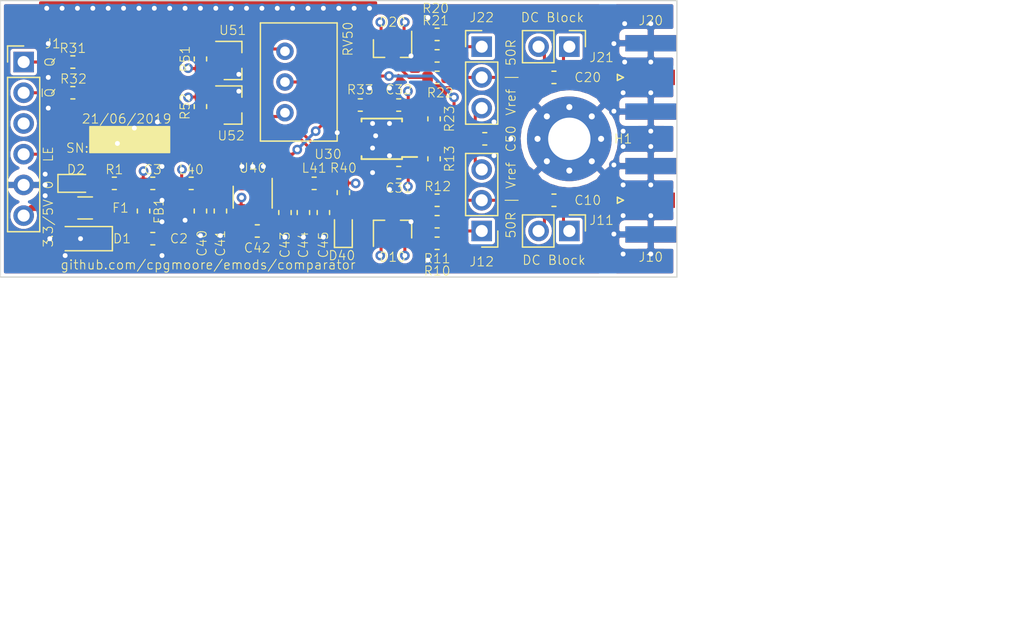
<source format=kicad_pcb>
(kicad_pcb (version 20171130) (host pcbnew 5.1.4-e60b266~84~ubuntu18.04.1)
  (title_block (title emods/axis-encoder) (date 21/06/19) (rev 21/06/19) (comment 4 github.com/cpgmoore/emods/axis-encoder))
  (layers (0 F.Cu signal) (1 In1.Cu power) (2 In2.Cu power) (31 B.Cu signal) (34 B.Paste user) (35 F.Paste user) (36 B.SilkS user) (37 F.SilkS user) (38 B.Mask user) (39 F.Mask user) (44 Edge.Cuts user))
  (net 0 "")
  (net 1 GND)
  (net 2 /VCC)
  (net 3 "Net-(D2-Pad2)")
  (net 4 "Net-(C2-Pad1)")
  (net 5 "Net-(C10-Pad2)")
  (net 6 "Net-(C10-Pad1)")
  (net 7 "Net-(C20-Pad1)")
  (net 8 "Net-(C20-Pad2)")
  (net 9 /VCC_P)
  (net 10 /VCC_N)
  (net 11 "Net-(C40-Pad1)")
  (net 12 "Net-(C42-Pad2)")
  (net 13 "Net-(C42-Pad1)")
  (net 14 "Net-(C43-Pad1)")
  (net 15 /V_REF)
  (net 16 "Net-(D10-Pad3)")
  (net 17 "Net-(D20-Pad3)")
  (net 18 "Net-(D40-Pad2)")
  (net 19 "Net-(J1-Pad1)")
  (net 20 "Net-(J1-Pad2)")
  (net 21 "Net-(J1-Pad3)")
  (net 22 /LE)
  (net 23 "Net-(J12-Pad1)")
  (net 24 "Net-(J22-Pad1)")
  (net 25 "Net-(R13-Pad2)")
  (net 26 "Net-(R23-Pad2)")
  (net 27 /Q)
  (net 28 /~Q)
  (net 29 "Net-(R51-Pad1)")
  (net 30 "Net-(R52-Pad2)")
  (module Capacitor_SMD:C_0603_1608Metric (layer F.Cu) (at 143.129 105.41)
    (fp_text reference C42 (at 0 1.397) (layer F.SilkS) (effects (font (size 0.762 0.762) (thickness 0.0762))))
    (fp_text value 1u)
    (pad 2 smd roundrect (at 0.7875 0) (size 0.875 0.95) (layers F.Cu F.Paste F.Mask) (net 12 "Net-(C42-Pad2)"))
    (pad 1 smd roundrect (at -0.7875 0) (size 0.875 0.95) (layers F.Cu F.Paste F.Mask) (net 13 "Net-(C42-Pad1)"))
  )
  (module Capacitor_SMD:C_0603_1608Metric (layer F.Cu) (at 134.493 101.473)
    (fp_text reference C3 (at 0 -1.143) (layer F.SilkS) (effects (font (size 0.762 0.762) (thickness 0.0762))))
    (fp_text value 0.1u)
    (pad 2 smd roundrect (at 0.7875 0) (size 0.875 0.95) (layers F.Cu F.Paste F.Mask) (net 1 GND))
    (pad 1 smd roundrect (at -0.7875 0) (size 0.875 0.95) (layers F.Cu F.Paste F.Mask) (net 9 /VCC_P))
  )
  (module Diode_SMD:D_SOD-123 (layer F.Cu) (at 128.905 106.045 180)
    (fp_text reference D1 (at -3.048 0) (layer F.SilkS) (effects (font (size 0.762 0.762) (thickness 0.0762))))
    (fp_text value 520/530/540)
    (pad 2 smd rect (at 1.65 0 180) (size 0.9 1.2) (layers F.Cu F.Paste F.Mask) (net 1 GND))
    (pad 1 smd rect (at -1.65 0 180) (size 0.9 1.2) (layers F.Cu F.Paste F.Mask) (net 4 "Net-(C2-Pad1)"))
  )
  (module Fuse:Fuse_1206_3216Metric (layer F.Cu) (at 128.905 103.505 180)
    (fp_text reference F1 (at -2.921 0) (layer F.SilkS) (effects (font (size 0.762 0.762) (thickness 0.0762))))
    (fp_text value 100mA)
    (pad 1 smd roundrect (at -1.4 0 180) (size 1.25 1.75) (layers F.Cu F.Paste F.Mask) (roundrect_rratio 0.2) (net 4 "Net-(C2-Pad1)"))
    (pad 2 smd roundrect (at 1.4 0 180) (size 1.25 1.75) (layers F.Cu F.Paste F.Mask) (roundrect_rratio 0.2) (net 2 /VCC))
  )
  (module Fiducial:Fiducial_1mm_Mask2mm (layer F.Cu) (at 123.825 88.265)
    (fp_text reference FID1 hide)
    (fp_text value Fiducial hide)
    (pad "" smd circle (at 0 0) (size 1 1) (layers F.Cu F.Mask) (clearance 0.5))
  )
  (module Fiducial:Fiducial_1mm_Mask2mm (layer F.Cu) (at 172.085 87.63)
    (fp_text reference FID2 hide)
    (fp_text value Fiducial hide)
    (pad "" smd circle (at 0 0) (size 1 1) (layers F.Cu F.Mask) (clearance 0.5))
  )
  (module Fiducial:Fiducial_1mm_Mask2mm (layer F.Cu) (at 123.825 107.315)
    (fp_text reference FID3 hide)
    (fp_text value Fiducial hide)
    (pad "" smd circle (at 0 0) (size 1 1) (layers F.Cu F.Mask) (clearance 0.5))
  )
  (module Fiducial:Fiducial_1mm_Mask2mm (layer F.Cu) (at 172.085 107.95)
    (fp_text reference FID4 hide)
    (fp_text value Fiducial hide)
    (pad "" smd circle (at 0 0) (size 1 1) (layers F.Cu F.Mask) (clearance 0.5))
  )
  (module MountingHole:MountingHole_3.5mm_Pad_Via (layer F.Cu) (at 168.91 97.79)
    (fp_text reference H1 (at 4.445 0) (layer F.SilkS) (effects (font (size 0.762 0.762) (thickness 0.0762))))
    (fp_text value MountingHole_Pad hide)
    (pad 1 thru_hole circle (at 0 0) (size 7 7) (drill 3.5) (layers *.Cu *.Mask) (net 1 GND))
    (pad 1 thru_hole circle (at 2.625 0) (size 0.8 0.8) (drill 0.5) (layers *.Cu *.Mask) (net 1 GND))
    (pad 1 thru_hole circle (at 1.856155 1.856155) (size 0.8 0.8) (drill 0.5) (layers *.Cu *.Mask) (net 1 GND))
    (pad 1 thru_hole circle (at 0 2.625) (size 0.8 0.8) (drill 0.5) (layers *.Cu *.Mask) (net 1 GND))
    (pad 1 thru_hole circle (at -1.856155 1.856155) (size 0.8 0.8) (drill 0.5) (layers *.Cu *.Mask) (net 1 GND))
    (pad 1 thru_hole circle (at -2.625 0) (size 0.8 0.8) (drill 0.5) (layers *.Cu *.Mask) (net 1 GND))
    (pad 1 thru_hole circle (at -1.856155 -1.856155) (size 0.8 0.8) (drill 0.5) (layers *.Cu *.Mask) (net 1 GND))
    (pad 1 thru_hole circle (at 0 -2.625) (size 0.8 0.8) (drill 0.5) (layers *.Cu *.Mask) (net 1 GND))
    (pad 1 thru_hole circle (at 1.856155 -1.856155) (size 0.8 0.8) (drill 0.5) (layers *.Cu *.Mask) (net 1 GND))
  )
  (module Connector_PinHeader_2.54mm:PinHeader_1x06_P2.54mm_Vertical (layer F.Cu) (at 123.825 91.44)
    (fp_text reference J1 (at 2.413 -1.524) (layer F.SilkS) (effects (font (size 0.762 0.762) (thickness 0.0762))))
    (fp_text value PMOD hide)
    (pad 1 thru_hole rect (at 0 0) (size 1.7 1.7) (drill 1) (layers *.Cu *.Mask) (net 19 "Net-(J1-Pad1)"))
    (pad 2 thru_hole oval (at 0 2.54) (size 1.7 1.7) (drill 1) (layers *.Cu *.Mask) (net 20 "Net-(J1-Pad2)"))
    (pad 3 thru_hole oval (at 0 5.08) (size 1.7 1.7) (drill 1) (layers *.Cu *.Mask) (net 21 "Net-(J1-Pad3)"))
    (pad 4 thru_hole oval (at 0 7.62) (size 1.7 1.7) (drill 1) (layers *.Cu *.Mask) (net 22 /LE))
    (pad 5 thru_hole oval (at 0 10.16) (size 1.7 1.7) (drill 1) (layers *.Cu *.Mask) (net 1 GND))
    (pad 6 thru_hole oval (at 0 12.7) (size 1.7 1.7) (drill 1) (layers *.Cu *.Mask) (net 2 /VCC))
  )
  (module Capacitor_SMD:C_0603_1608Metric (layer F.Cu) (at 134.493 106.045)
    (fp_text reference C2 (at 2.159 0) (layer F.SilkS) (effects (font (size 0.762 0.762) (thickness 0.0762))))
    (fp_text value 0.1u)
    (pad 1 smd roundrect (at -0.7875 0) (size 0.875 0.95) (layers F.Cu F.Paste F.Mask) (net 4 "Net-(C2-Pad1)"))
    (pad 2 smd roundrect (at 0.7875 0) (size 0.875 0.95) (layers F.Cu F.Paste F.Mask) (net 1 GND))
  )
  (module Capacitor_SMD:C_0603_1608Metric (layer F.Cu) (at 154.813 100.584 180)
    (fp_text reference C31 (at 0 -1.27 180) (layer F.SilkS) (effects (font (size 0.762 0.762) (thickness 0.0762))))
    (fp_text value 0.1u)
    (pad 2 smd roundrect (at 0.7875 0 180) (size 0.875 0.95) (layers F.Cu F.Paste F.Mask) (net 1 GND))
    (pad 1 smd roundrect (at -0.7875 0 180) (size 0.875 0.95) (layers F.Cu F.Paste F.Mask) (net 9 /VCC_P))
  )
  (module Capacitor_SMD:C_0603_1608Metric (layer F.Cu) (at 154.813 94.996 180)
    (fp_text reference C32 (at 0 1.27) (layer F.SilkS) (effects (font (size 0.762 0.762) (thickness 0.0762))))
    (fp_text value 0.1u)
    (pad 2 smd roundrect (at 0.7875 0 180) (size 0.875 0.95) (layers F.Cu F.Paste F.Mask) (net 1 GND))
    (pad 1 smd roundrect (at -0.7875 0 180) (size 0.875 0.95) (layers F.Cu F.Paste F.Mask) (net 10 /VCC_N))
  )
  (module Capacitor_SMD:C_0603_1608Metric (layer F.Cu) (at 140.081 103.759 270)
    (fp_text reference C41 (at 2.667 0 270) (layer F.SilkS) (effects (font (size 0.762 0.762) (thickness 0.0762))))
    (fp_text value NP)
    (pad 1 smd roundrect (at -0.7875 0 270) (size 0.875 0.95) (layers F.Cu F.Paste F.Mask) (net 11 "Net-(C40-Pad1)"))
    (pad 2 smd roundrect (at 0.7875 0 270) (size 0.875 0.95) (layers F.Cu F.Paste F.Mask) (net 1 GND))
  )
  (module LED_SMD:LED_0603_1608Metric (layer F.Cu) (at 128.143 101.473)
    (fp_text reference D2 (at 0 -1.143) (layer F.SilkS) (effects (font (size 0.762 0.762) (thickness 0.0762))))
    (fp_text value GRN)
    (pad 1 smd roundrect (at -0.7875 0) (size 0.875 0.95) (layers F.Cu F.Paste F.Mask) (net 1 GND))
    (pad 2 smd roundrect (at 0.7875 0) (size 0.875 0.95) (layers F.Cu F.Paste F.Mask) (net 3 "Net-(D2-Pad2)"))
  )
  (module Inductor_SMD:L_0603_1608Metric (layer F.Cu) (at 133.731 103.759 270)
    (fp_text reference FB1 (at 0 -1.27 90) (layer F.SilkS) (effects (font (size 0.762 0.762) (thickness 0.0762))))
    (fp_text value 600R/1e8)
    (pad 1 smd roundrect (at -0.7875 0 270) (size 0.875 0.95) (layers F.Cu F.Paste F.Mask) (net 9 /VCC_P))
    (pad 2 smd roundrect (at 0.7875 0 270) (size 0.875 0.95) (layers F.Cu F.Paste F.Mask) (net 4 "Net-(C2-Pad1)"))
  )
  (module Resistor_SMD:R_0603_1608Metric (layer F.Cu) (at 131.318 101.473)
    (fp_text reference R1 (at 0 -1.143) (layer F.SilkS) (effects (font (size 0.762 0.762) (thickness 0.0762))))
    (fp_text value 330)
    (pad 1 smd roundrect (at -0.7875 0) (size 0.875 0.95) (layers F.Cu F.Paste F.Mask) (net 3 "Net-(D2-Pad2)"))
    (pad 2 smd roundrect (at 0.7875 0) (size 0.875 0.95) (layers F.Cu F.Paste F.Mask) (net 9 /VCC_P))
  )
  (module Resistor_SMD:R_0603_1608Metric (layer F.Cu) (at 157.988 104.648)
    (fp_text reference R11 (at 0 3.048) (layer F.SilkS) (effects (font (size 0.762 0.762) (thickness 0.0762))))
    (fp_text value 100)
    (pad 1 smd roundrect (at -0.7875 0) (size 0.875 0.95) (layers F.Cu F.Paste F.Mask) (net 1 GND))
    (pad 2 smd roundrect (at 0.7875 0) (size 0.875 0.95) (layers F.Cu F.Paste F.Mask) (net 23 "Net-(J12-Pad1)"))
  )
  (module Resistor_SMD:R_0603_1608Metric (layer F.Cu) (at 157.988 102.87 180)
    (fp_text reference R12 (at -0.0485 1.143) (layer F.SilkS) (effects (font (size 0.762 0.762) (thickness 0.0762))))
    (fp_text value 150)
    (pad 2 smd roundrect (at 0.7875 0 180) (size 0.875 0.95) (layers F.Cu F.Paste F.Mask) (net 16 "Net-(D10-Pad3)"))
    (pad 1 smd roundrect (at -0.7875 0 180) (size 0.875 0.95) (layers F.Cu F.Paste F.Mask) (net 6 "Net-(C10-Pad1)"))
  )
  (module Resistor_SMD:R_0603_1608Metric (layer F.Cu) (at 157.734 99.441 90)
    (fp_text reference R13 (at 0 1.27 270) (layer F.SilkS) (effects (font (size 0.762 0.762) (thickness 0.0762))))
    (fp_text value 20)
    (pad 2 smd roundrect (at 0.7875 0 90) (size 0.875 0.95) (layers F.Cu F.Paste F.Mask) (net 25 "Net-(R13-Pad2)"))
    (pad 1 smd roundrect (at -0.7875 0 90) (size 0.875 0.95) (layers F.Cu F.Paste F.Mask) (net 16 "Net-(D10-Pad3)"))
  )
  (module Resistor_SMD:R_0603_1608Metric (layer F.Cu) (at 157.988 90.932)
    (fp_text reference R21 (at -0.127 -2.921) (layer F.SilkS) (effects (font (size 0.762 0.762) (thickness 0.0762))))
    (fp_text value 100)
    (pad 1 smd roundrect (at -0.7875 0) (size 0.875 0.95) (layers F.Cu F.Paste F.Mask) (net 1 GND))
    (pad 2 smd roundrect (at 0.7875 0) (size 0.875 0.95) (layers F.Cu F.Paste F.Mask) (net 24 "Net-(J22-Pad1)"))
  )
  (module Resistor_SMD:R_0603_1608Metric (layer F.Cu) (at 157.988 92.71 180)
    (fp_text reference R22 (at -0.254 -1.27) (layer F.SilkS) (effects (font (size 0.762 0.762) (thickness 0.0762))))
    (fp_text value 150)
    (pad 2 smd roundrect (at 0.7875 0 180) (size 0.875 0.95) (layers F.Cu F.Paste F.Mask) (net 17 "Net-(D20-Pad3)"))
    (pad 1 smd roundrect (at -0.7875 0 180) (size 0.875 0.95) (layers F.Cu F.Paste F.Mask) (net 7 "Net-(C20-Pad1)"))
  )
  (module Resistor_SMD:R_0603_1608Metric (layer F.Cu) (at 157.734 96.139 270)
    (fp_text reference R23 (at 0 -1.27 270) (layer F.SilkS) (effects (font (size 0.762 0.762) (thickness 0.0762))))
    (fp_text value 20)
    (pad 2 smd roundrect (at 0.7875 0 270) (size 0.875 0.95) (layers F.Cu F.Paste F.Mask) (net 26 "Net-(R23-Pad2)"))
    (pad 1 smd roundrect (at -0.7875 0 270) (size 0.875 0.95) (layers F.Cu F.Paste F.Mask) (net 17 "Net-(D20-Pad3)"))
  )
  (module Resistor_SMD:R_0603_1608Metric (layer F.Cu) (at 127.889 91.44 180)
    (fp_text reference R31 (at 0 1.143) (layer F.SilkS) (effects (font (size 0.762 0.762) (thickness 0.0762))))
    (fp_text value 270)
    (pad 1 smd roundrect (at -0.7875 0 180) (size 0.875 0.95) (layers F.Cu F.Paste F.Mask) (net 27 /Q))
    (pad 2 smd roundrect (at 0.7875 0 180) (size 0.875 0.95) (layers F.Cu F.Paste F.Mask) (net 19 "Net-(J1-Pad1)"))
  )
  (module Resistor_SMD:R_0603_1608Metric (layer F.Cu) (at 127.889 93.98 180)
    (fp_text reference R32 (at -0.0485 1.143) (layer F.SilkS) (effects (font (size 0.762 0.762) (thickness 0.0762))))
    (fp_text value 270)
    (pad 2 smd roundrect (at 0.7875 0 180) (size 0.875 0.95) (layers F.Cu F.Paste F.Mask) (net 20 "Net-(J1-Pad2)"))
    (pad 1 smd roundrect (at -0.7875 0 180) (size 0.875 0.95) (layers F.Cu F.Paste F.Mask) (net 28 /~Q))
  )
  (module Resistor_SMD:R_0603_1608Metric (layer F.Cu) (at 151.638 94.996 180)
    (fp_text reference R33 (at 0 1.27) (layer F.SilkS) (effects (font (size 0.762 0.762) (thickness 0.0762))))
    (fp_text value 10K)
    (pad 1 smd roundrect (at -0.7875 0 180) (size 0.875 0.95) (layers F.Cu F.Paste F.Mask) (net 1 GND))
    (pad 2 smd roundrect (at 0.7875 0 180) (size 0.875 0.95) (layers F.Cu F.Paste F.Mask) (net 22 /LE))
  )
  (module Capacitor_SMD:C_0603_1608Metric (layer F.Cu) (at 167.64 102.87)
    (fp_text reference C10 (at 2.794 0) (layer F.SilkS) (effects (font (size 0.762 0.762) (thickness 0.0762))))
    (fp_text value 1u)
    (pad 2 smd roundrect (at 0.7875 0) (size 0.875 0.95) (layers F.Cu F.Paste F.Mask) (net 5 "Net-(C10-Pad2)"))
    (pad 1 smd roundrect (at -0.7875 0) (size 0.875 0.95) (layers F.Cu F.Paste F.Mask) (net 6 "Net-(C10-Pad1)"))
  )
  (module Capacitor_SMD:C_0603_1608Metric (layer F.Cu) (at 167.64 92.71)
    (fp_text reference C20 (at 2.794 0) (layer F.SilkS) (effects (font (size 0.762 0.762) (thickness 0.0762))))
    (fp_text value 1u)
    (pad 1 smd roundrect (at -0.7875 0) (size 0.875 0.95) (layers F.Cu F.Paste F.Mask) (net 7 "Net-(C20-Pad1)"))
    (pad 2 smd roundrect (at 0.7875 0) (size 0.875 0.95) (layers F.Cu F.Paste F.Mask) (net 8 "Net-(C20-Pad2)"))
  )
  (module Capacitor_SMD:C_0603_1608Metric (layer F.Cu) (at 138.43 103.759 270)
    (fp_text reference C40 (at 2.667 -0.127 90) (layer F.SilkS) (effects (font (size 0.762 0.762) (thickness 0.0762))))
    (fp_text value 2.2u)
    (pad 1 smd roundrect (at -0.7875 0 270) (size 0.875 0.95) (layers F.Cu F.Paste F.Mask) (net 11 "Net-(C40-Pad1)"))
    (pad 2 smd roundrect (at 0.7875 0 270) (size 0.875 0.95) (layers F.Cu F.Paste F.Mask) (net 1 GND))
  )
  (module Capacitor_SMD:C_0603_1608Metric (layer F.Cu) (at 145.415 103.886 270)
    (fp_text reference C43 (at 2.667 0 90) (layer F.SilkS) (effects (font (size 0.762 0.762) (thickness 0.0762))))
    (fp_text value 2.2u)
    (pad 2 smd roundrect (at 0.7875 0 270) (size 0.875 0.95) (layers F.Cu F.Paste F.Mask) (net 1 GND))
    (pad 1 smd roundrect (at -0.7875 0 270) (size 0.875 0.95) (layers F.Cu F.Paste F.Mask) (net 14 "Net-(C43-Pad1)"))
  )
  (module Capacitor_SMD:C_0603_1608Metric (layer F.Cu) (at 146.939 103.886 270)
    (fp_text reference C44 (at 2.667 0 90) (layer F.SilkS) (effects (font (size 0.762 0.762) (thickness 0.0762))))
    (fp_text value NP)
    (pad 1 smd roundrect (at -0.7875 0 270) (size 0.875 0.95) (layers F.Cu F.Paste F.Mask) (net 14 "Net-(C43-Pad1)"))
    (pad 2 smd roundrect (at 0.7875 0 270) (size 0.875 0.95) (layers F.Cu F.Paste F.Mask) (net 1 GND))
  )
  (module Capacitor_SMD:C_0603_1608Metric (layer F.Cu) (at 148.59 103.886 270)
    (fp_text reference C45 (at 2.667 0 90) (layer F.SilkS) (effects (font (size 0.762 0.762) (thickness 0.0762))))
    (fp_text value 2.2u)
    (pad 1 smd roundrect (at -0.7875 0 270) (size 0.875 0.95) (layers F.Cu F.Paste F.Mask) (net 10 /VCC_N))
    (pad 2 smd roundrect (at 0.7875 0 270) (size 0.875 0.95) (layers F.Cu F.Paste F.Mask) (net 1 GND))
  )
  (module Capacitor_SMD:C_0603_1608Metric (layer F.Cu) (at 161.925 97.79)
    (fp_text reference C50 (at 2.159 0 90) (layer F.SilkS) (effects (font (size 0.762 0.762) (thickness 0.0762))))
    (fp_text value 0.1u)
    (pad 2 smd roundrect (at 0.7875 0) (size 0.875 0.95) (layers F.Cu F.Paste F.Mask) (net 1 GND))
    (pad 1 smd roundrect (at -0.7875 0) (size 0.875 0.95) (layers F.Cu F.Paste F.Mask) (net 15 /V_REF))
  )
  (module Package_TO_SOT_SMD:SOT-23 (layer F.Cu) (at 154.305 105.283 90)
    (fp_text reference D10 (at -2.286 0 180) (layer F.SilkS) (effects (font (size 0.762 0.762) (thickness 0.0762))))
    (fp_text value BAV99)
    (pad 3 smd rect (at 1 0 90) (size 0.9 0.8) (layers F.Cu F.Paste F.Mask) (net 16 "Net-(D10-Pad3)"))
    (pad 2 smd rect (at -1 0.95 90) (size 0.9 0.8) (layers F.Cu F.Paste F.Mask) (net 9 /VCC_P))
    (pad 1 smd rect (at -1 -0.95 90) (size 0.9 0.8) (layers F.Cu F.Paste F.Mask) (net 10 /VCC_N))
  )
  (module Package_TO_SOT_SMD:SOT-23 (layer F.Cu) (at 154.305 90.297 270)
    (fp_text reference D20 (at -2.159 0 180) (layer F.SilkS) (effects (font (size 0.762 0.762) (thickness 0.0762))))
    (fp_text value BAV99)
    (pad 1 smd rect (at -1 -0.95 270) (size 0.9 0.8) (layers F.Cu F.Paste F.Mask) (net 10 /VCC_N))
    (pad 2 smd rect (at -1 0.95 270) (size 0.9 0.8) (layers F.Cu F.Paste F.Mask) (net 9 /VCC_P))
    (pad 3 smd rect (at 1 0 270) (size 0.9 0.8) (layers F.Cu F.Paste F.Mask) (net 17 "Net-(D20-Pad3)"))
  )
  (module LED_SMD:LED_0603_1608Metric (layer F.Cu) (at 150.241 105.283 90)
    (fp_text reference D40 (at -2.159 -0.127 180) (layer F.SilkS) (effects (font (size 0.762 0.762) (thickness 0.0762))))
    (fp_text value GRN)
    (pad 1 smd roundrect (at -0.7875 0 90) (size 0.875 0.95) (layers F.Cu F.Paste F.Mask) (net 1 GND))
    (pad 2 smd roundrect (at 0.7875 0 90) (size 0.875 0.95) (layers F.Cu F.Paste F.Mask) (net 18 "Net-(D40-Pad2)"))
  )
  (module Connector_PinHeader_2.54mm:PinHeader_1x02_P2.54mm_Vertical (layer F.Cu) (at 168.91 105.41 270)
    (fp_text reference J11 (at -0.889 -2.667 180) (layer F.SilkS) (effects (font (size 0.762 0.762) (thickness 0.0762))))
    (fp_text value "DC Block")
    (pad 2 thru_hole oval (at 0 2.54 270) (size 1.7 1.7) (drill 1) (layers *.Cu *.Mask) (net 6 "Net-(C10-Pad1)"))
    (pad 1 thru_hole rect (at 0 0 270) (size 1.7 1.7) (drill 1) (layers *.Cu *.Mask) (net 5 "Net-(C10-Pad2)"))
  )
  (module Connector_PinHeader_2.54mm:PinHeader_1x03_P2.54mm_Vertical (layer F.Cu) (at 161.671 105.41 180)
    (fp_text reference J12 (at 0 -2.54) (layer F.SilkS) (effects (font (size 0.762 0.762) (thickness 0.0762))))
    (fp_text value "50R Term/Ref")
    (pad 3 thru_hole oval (at 0 5.08 180) (size 1.7 1.7) (drill 1) (layers *.Cu *.Mask) (net 15 /V_REF))
    (pad 2 thru_hole oval (at 0 2.54 180) (size 1.7 1.7) (drill 1) (layers *.Cu *.Mask) (net 6 "Net-(C10-Pad1)"))
    (pad 1 thru_hole rect (at 0 0 180) (size 1.7 1.7) (drill 1) (layers *.Cu *.Mask) (net 23 "Net-(J12-Pad1)"))
  )
  (module Connector_PinHeader_2.54mm:PinHeader_1x02_P2.54mm_Vertical (layer F.Cu) (at 168.91 90.17 270)
    (fp_text reference J21 (at 0.889 -2.667 180) (layer F.SilkS) (effects (font (size 0.762 0.762) (thickness 0.0762))))
    (fp_text value "DC Block")
    (pad 1 thru_hole rect (at 0 0 270) (size 1.7 1.7) (drill 1) (layers *.Cu *.Mask) (net 8 "Net-(C20-Pad2)"))
    (pad 2 thru_hole oval (at 0 2.54 270) (size 1.7 1.7) (drill 1) (layers *.Cu *.Mask) (net 7 "Net-(C20-Pad1)"))
  )
  (module Connector_PinHeader_2.54mm:PinHeader_1x03_P2.54mm_Vertical (layer F.Cu) (at 161.671 90.17)
    (fp_text reference J22 (at 0 -2.413) (layer F.SilkS) (effects (font (size 0.762 0.762) (thickness 0.0762))))
    (fp_text value "50R Term/Ref")
    (pad 1 thru_hole rect (at 0 0) (size 1.7 1.7) (drill 1) (layers *.Cu *.Mask) (net 24 "Net-(J22-Pad1)"))
    (pad 2 thru_hole oval (at 0 2.54) (size 1.7 1.7) (drill 1) (layers *.Cu *.Mask) (net 7 "Net-(C20-Pad1)"))
    (pad 3 thru_hole oval (at 0 5.08) (size 1.7 1.7) (drill 1) (layers *.Cu *.Mask) (net 15 /V_REF))
  )
  (module Inductor_SMD:L_0603_1608Metric (layer F.Cu) (at 137.668 101.473 180)
    (fp_text reference L40 (at 0 1.143) (layer F.SilkS) (effects (font (size 0.762 0.762) (thickness 0.0762))))
    (fp_text value 1u)
    (pad 1 smd roundrect (at -0.7875 0 180) (size 0.875 0.95) (layers F.Cu F.Paste F.Mask) (net 11 "Net-(C40-Pad1)"))
    (pad 2 smd roundrect (at 0.7875 0 180) (size 0.875 0.95) (layers F.Cu F.Paste F.Mask) (net 9 /VCC_P))
  )
  (module Inductor_SMD:L_0603_1608Metric (layer F.Cu) (at 147.828 101.473 180)
    (fp_text reference L41 (at 0 1.27) (layer F.SilkS) (effects (font (size 0.762 0.762) (thickness 0.0762))))
    (fp_text value 1u)
    (pad 2 smd roundrect (at 0.7875 0 180) (size 0.875 0.95) (layers F.Cu F.Paste F.Mask) (net 14 "Net-(C43-Pad1)"))
    (pad 1 smd roundrect (at -0.7875 0 180) (size 0.875 0.95) (layers F.Cu F.Paste F.Mask) (net 10 /VCC_N))
  )
  (module Resistor_SMD:R_0603_1608Metric (layer F.Cu) (at 157.988 106.426)
    (fp_text reference R10 (at 0 2.286) (layer F.SilkS) (effects (font (size 0.762 0.762) (thickness 0.0762))))
    (fp_text value 100)
    (pad 2 smd roundrect (at 0.7875 0) (size 0.875 0.95) (layers F.Cu F.Paste F.Mask) (net 23 "Net-(J12-Pad1)"))
    (pad 1 smd roundrect (at -0.7875 0) (size 0.875 0.95) (layers F.Cu F.Paste F.Mask) (net 1 GND))
  )
  (module Resistor_SMD:R_0603_1608Metric (layer F.Cu) (at 157.988 89.154)
    (fp_text reference R20 (at -0.127 -2.159) (layer F.SilkS) (effects (font (size 0.762 0.762) (thickness 0.0762))))
    (fp_text value 100)
    (pad 1 smd roundrect (at -0.7875 0) (size 0.875 0.95) (layers F.Cu F.Paste F.Mask) (net 1 GND))
    (pad 2 smd roundrect (at 0.7875 0) (size 0.875 0.95) (layers F.Cu F.Paste F.Mask) (net 24 "Net-(J22-Pad1)"))
  )
  (module Resistor_SMD:R_0603_1608Metric (layer F.Cu) (at 150.241 102.235 90)
    (fp_text reference R40 (at 2.032 0 180) (layer F.SilkS) (effects (font (size 0.762 0.762) (thickness 0.0762))))
    (fp_text value 330)
    (pad 1 smd roundrect (at -0.7875 0 90) (size 0.875 0.95) (layers F.Cu F.Paste F.Mask) (net 18 "Net-(D40-Pad2)"))
    (pad 2 smd roundrect (at 0.7875 0 90) (size 0.875 0.95) (layers F.Cu F.Paste F.Mask) (net 10 /VCC_N))
  )
  (module Resistor_SMD:R_0603_1608Metric (layer F.Cu) (at 138.43 91.186 270)
    (fp_text reference R51 (at 0 1.27 90) (layer F.SilkS) (effects (font (size 0.762 0.762) (thickness 0.0762))))
    (fp_text value 470)
    (pad 1 smd roundrect (at -0.7875 0 270) (size 0.875 0.95) (layers F.Cu F.Paste F.Mask) (net 29 "Net-(R51-Pad1)"))
    (pad 2 smd roundrect (at 0.7875 0 270) (size 0.875 0.95) (layers F.Cu F.Paste F.Mask) (net 9 /VCC_P))
  )
  (module Resistor_SMD:R_0603_1608Metric (layer F.Cu) (at 138.43 95.123 270)
    (fp_text reference R52 (at 0 1.27 90) (layer F.SilkS) (effects (font (size 0.762 0.762) (thickness 0.0762))))
    (fp_text value 470)
    (pad 2 smd roundrect (at 0.7875 0 270) (size 0.875 0.95) (layers F.Cu F.Paste F.Mask) (net 30 "Net-(R52-Pad2)"))
    (pad 1 smd roundrect (at -0.7875 0 270) (size 0.875 0.95) (layers F.Cu F.Paste F.Mask) (net 10 /VCC_N))
  )
  (module Potentiometer_THT:Potentiometer_Bourns_3299W_Vertical (layer F.Cu) (at 145.415 90.551 90)
    (fp_text reference RV50 (at 1.016 5.207 270) (layer F.SilkS) (effects (font (size 0.762 0.762) (thickness 0.0762))))
    (fp_text value 10k)
    (pad 1 thru_hole circle (at 0 0 90) (size 1.44 1.44) (drill 0.8) (layers *.Cu *.Mask) (net 29 "Net-(R51-Pad1)"))
    (pad 2 thru_hole circle (at -2.54 0 90) (size 1.44 1.44) (drill 0.8) (layers *.Cu *.Mask) (net 15 /V_REF))
    (pad 3 thru_hole circle (at -5.08 0 90) (size 1.44 1.44) (drill 0.8) (layers *.Cu *.Mask) (net 30 "Net-(R52-Pad2)"))
  )
  (module Package_SO:MSOP-8_3x3mm_P0.65mm (layer F.Cu) (at 153.416 97.79 180)
    (fp_text reference U30 (at 4.445 -1.27) (layer F.SilkS) (effects (font (size 0.762 0.762) (thickness 0.0762))))
    (fp_text value LT1711xMS8)
    (pad 1 smd rect (at -2.2 -0.975 180) (size 1.45 0.45) (layers F.Cu F.Paste F.Mask) (net 9 /VCC_P))
    (pad 2 smd rect (at -2.2 -0.325 180) (size 1.45 0.45) (layers F.Cu F.Paste F.Mask) (net 25 "Net-(R13-Pad2)"))
    (pad 3 smd rect (at -2.2 0.325 180) (size 1.45 0.45) (layers F.Cu F.Paste F.Mask) (net 26 "Net-(R23-Pad2)"))
    (pad 4 smd rect (at -2.2 0.975 180) (size 1.45 0.45) (layers F.Cu F.Paste F.Mask) (net 10 /VCC_N))
    (pad 5 smd rect (at 2.2 0.975 180) (size 1.45 0.45) (layers F.Cu F.Paste F.Mask) (net 22 /LE))
    (pad 6 smd rect (at 2.2 0.325 180) (size 1.45 0.45) (layers F.Cu F.Paste F.Mask) (net 1 GND))
    (pad 7 smd rect (at 2.2 -0.325 180) (size 1.45 0.45) (layers F.Cu F.Paste F.Mask) (net 27 /Q))
    (pad 8 smd rect (at 2.2 -0.975 180) (size 1.45 0.45) (layers F.Cu F.Paste F.Mask) (net 28 /~Q))
  )
  (module Package_TO_SOT_SMD:SOT-23-6 (layer F.Cu) (at 142.748 102.616 270)
    (fp_text reference U40 (at -2.413 0 180) (layer F.SilkS) (effects (font (size 0.762 0.762) (thickness 0.0762))))
    (fp_text value LM2776)
    (pad 1 smd rect (at -1.1 -0.95 270) (size 1.06 0.65) (layers F.Cu F.Paste F.Mask) (net 14 "Net-(C43-Pad1)"))
    (pad 2 smd rect (at -1.1 0 270) (size 1.06 0.65) (layers F.Cu F.Paste F.Mask) (net 1 GND))
    (pad 3 smd rect (at -1.1 0.95 270) (size 1.06 0.65) (layers F.Cu F.Paste F.Mask) (net 11 "Net-(C40-Pad1)"))
    (pad 4 smd rect (at 1.1 0.95 270) (size 1.06 0.65) (layers F.Cu F.Paste F.Mask) (net 9 /VCC_P))
    (pad 6 smd rect (at 1.1 -0.95 270) (size 1.06 0.65) (layers F.Cu F.Paste F.Mask) (net 12 "Net-(C42-Pad2)"))
    (pad 5 smd rect (at 1.1 0 270) (size 1.06 0.65) (layers F.Cu F.Paste F.Mask) (net 13 "Net-(C42-Pad1)"))
  )
  (module Package_TO_SOT_SMD:SOT-23 (layer F.Cu) (at 141.097 91.313)
    (fp_text reference U51 (at 0 -2.5) (layer F.SilkS) (effects (font (size 0.762 0.762) (thickness 0.0762))))
    (fp_text value LM4040DBZ-2.5)
    (pad 1 smd rect (at -1 -0.95) (size 0.9 0.8) (layers F.Cu F.Paste F.Mask) (net 29 "Net-(R51-Pad1)"))
    (pad 2 smd rect (at -1 0.95) (size 0.9 0.8) (layers F.Cu F.Paste F.Mask) (net 1 GND))
    (pad 3 smd rect (at 1 0) (size 0.9 0.8) (layers F.Cu F.Paste F.Mask))
  )
  (module Package_TO_SOT_SMD:SOT-23 (layer F.Cu) (at 141.097 94.996)
    (fp_text reference U52 (at -0.127 2.54) (layer F.SilkS) (effects (font (size 0.762 0.762) (thickness 0.0762))))
    (fp_text value LM4040DBZ-2.5)
    (pad 3 smd rect (at 1 0) (size 0.9 0.8) (layers F.Cu F.Paste F.Mask))
    (pad 2 smd rect (at -1 0.95) (size 0.9 0.8) (layers F.Cu F.Paste F.Mask) (net 30 "Net-(R52-Pad2)"))
    (pad 1 smd rect (at -1 -0.95) (size 0.9 0.8) (layers F.Cu F.Paste F.Mask) (net 1 GND))
  )
  (module Connector_Coaxial:SMA_Samtec_SMA-J-P-H-ST-EM1_EdgeMount (layer F.Cu) (at 175.641 102.87)
    (fp_text reference J10 (at 0 4.699 180) (layer F.SilkS) (effects (font (size 0.762 0.762) (thickness 0.0762))))
    (fp_text value SMA)
    (pad 2 smd rect (at 0 2.825 90) (size 1.35 4.2) (layers B.Cu B.Paste B.Mask) (net 1 GND))
    (pad 2 smd rect (at 0 -2.825 90) (size 1.35 4.2) (layers B.Cu B.Paste B.Mask) (net 1 GND))
    (pad 2 smd rect (at 0 2.825 90) (size 1.35 4.2) (layers F.Cu F.Paste F.Mask) (net 1 GND))
    (pad 2 smd rect (at 0 -2.825 90) (size 1.35 4.2) (layers F.Cu F.Paste F.Mask) (net 1 GND))
    (pad 1 smd rect (at 0.2 0 90) (size 1.27 3.6) (layers F.Cu F.Paste F.Mask) (net 5 "Net-(C10-Pad2)"))
  )
  (module Connector_Coaxial:SMA_Samtec_SMA-J-P-H-ST-EM1_EdgeMount (layer F.Cu) (at 175.641 92.71)
    (fp_text reference J20 (at 0 -4.699 180) (layer F.SilkS) (effects (font (size 0.762 0.762) (thickness 0.0762))))
    (fp_text value SMA)
    (pad 1 smd rect (at 0.2 0 90) (size 1.27 3.6) (layers F.Cu F.Paste F.Mask) (net 8 "Net-(C20-Pad2)"))
    (pad 2 smd rect (at 0 -2.825 90) (size 1.35 4.2) (layers F.Cu F.Paste F.Mask) (net 1 GND))
    (pad 2 smd rect (at 0 2.825 90) (size 1.35 4.2) (layers F.Cu F.Paste F.Mask) (net 1 GND))
    (pad 2 smd rect (at 0 -2.825 90) (size 1.35 4.2) (layers B.Cu B.Paste B.Mask) (net 1 GND))
    (pad 2 smd rect (at 0 2.825 90) (size 1.35 4.2) (layers B.Cu B.Paste B.Mask) (net 1 GND))
  )
  (gr_text SN: (at 128.27 98.552) (layer F.SilkS) (effects (font (size 0.762 0.762) (thickness 0.0762))))
  (gr_poly (pts (xy 129.286 96.774) (xy 129.286 98.933) (xy 135.89 98.933) (xy 135.89 96.774)) (layer F.SilkS) (width 0.1))
  (gr_text "DC Block" (at 167.513 87.757) (layer F.SilkS) (effects (font (size 0.762 0.762) (thickness 0.0762))))
  (gr_text "DC Block" (at 167.64 107.823) (layer F.SilkS) (effects (font (size 0.762 0.762) (thickness 0.0762))))
  (gr_text "Vref | 50R" (at 164.084 92.71 90) (layer F.SilkS) (effects (font (size 0.762 0.762) (thickness 0.0762))))
  (gr_text "50R | Vref" (at 164.084 102.87 90) (layer F.SilkS) (effects (font (size 0.762 0.762) (thickness 0.0762))))
  (gr_text 21/06/2019 (at 132.334 96.139) (layer F.SilkS) (effects (font (size 0.762 0.762) (thickness 0.0762))))
  (gr_text 0 (at 125.857 101.6 90) (layer F.SilkS) (effects (font (size 0.762 0.762) (thickness 0.0762))))
  (gr_text 3.3/5V (at 125.857 104.775 90) (layer F.SilkS) (effects (font (size 0.762 0.762) (thickness 0.0762))))
  (gr_text LE (at 125.857 99.06 90) (layer F.SilkS) (effects (font (size 0.762 0.762) (thickness 0.0762))))
  (gr_text ~Q (at 125.984 93.98 90) (layer F.SilkS) (effects (font (size 0.762 0.762) (thickness 0.0762))))
  (gr_text Q (at 125.984 91.44 90) (layer F.SilkS) (effects (font (size 0.762 0.762) (thickness 0.0762))))
  (gr_text github.com/cpgmoore/emods/comparator (at 139.065 108.204) (layer F.SilkS) (effects (font (size 0.762 0.762) (thickness 0.0762))))
  (gr_line (start 121.92 86.36) (end 121.92 109.22) (layer Edge.Cuts) (width 0.05))
  (gr_line (start 121.92 86.36) (end 177.8 86.36) (layer Edge.Cuts) (width 0.1))
  (gr_line (start 177.8 109.22) (end 121.92 109.22) (layer Edge.Cuts) (width 0.1))
  (gr_line (start 177.8 86.36) (end 177.8 109.22) (layer Edge.Cuts) (width 0.1))
  (via (at 133.35 86.995) (size 0.8) (drill 0.4) (layers F.Cu B.Cu) (net 1))
  (via (at 134.62 86.995) (size 0.8) (drill 0.4) (layers F.Cu B.Cu) (net 1))
  (via (at 135.89 86.995) (size 0.8) (drill 0.4) (layers F.Cu B.Cu) (net 1))
  (via (at 137.16 86.995) (size 0.8) (drill 0.4) (layers F.Cu B.Cu) (net 1))
  (via (at 138.43 86.995) (size 0.8) (drill 0.4) (layers F.Cu B.Cu) (net 1))
  (via (at 139.7 86.995) (size 0.8) (drill 0.4) (layers F.Cu B.Cu) (net 1))
  (via (at 140.97 86.995) (size 0.8) (drill 0.4) (layers F.Cu B.Cu) (net 1))
  (via (at 142.24 86.995) (size 0.8) (drill 0.4) (layers F.Cu B.Cu) (net 1))
  (via (at 143.51 86.995) (size 0.8) (drill 0.4) (layers F.Cu B.Cu) (net 1))
  (via (at 144.78 86.995) (size 0.8) (drill 0.4) (layers F.Cu B.Cu) (net 1))
  (via (at 146.05 86.995) (size 0.8) (drill 0.4) (layers F.Cu B.Cu) (net 1))
  (via (at 147.32 86.995) (size 0.8) (drill 0.4) (layers F.Cu B.Cu) (net 1))
  (via (at 148.59 86.995) (size 0.8) (drill 0.4) (layers F.Cu B.Cu) (net 1))
  (via (at 149.86 86.995) (size 0.8) (drill 0.4) (layers F.Cu B.Cu) (net 1))
  (via (at 151.13 86.995) (size 0.8) (drill 0.4) (layers F.Cu B.Cu) (net 1))
  (via (at 152.4 86.995) (size 0.8) (drill 0.4) (layers F.Cu B.Cu) (net 1))
  (via (at 125.73 86.995) (size 0.8) (drill 0.4) (layers F.Cu B.Cu) (net 1))
  (via (at 128.27 86.995) (size 0.8) (drill 0.4) (layers F.Cu B.Cu) (net 1))
  (via (at 129.54 86.995) (size 0.8) (drill 0.4) (layers F.Cu B.Cu) (net 1))
  (via (at 130.81 86.995) (size 0.8) (drill 0.4) (layers F.Cu B.Cu) (net 1))
  (via (at 132.08 86.995) (size 0.8) (drill 0.4) (layers F.Cu B.Cu) (net 1))
  (via (at 127 86.995) (size 0.8) (drill 0.4) (layers F.Cu B.Cu) (net 1))
  (segment (start 127.2285 101.6) (end 127.3555 101.473) (width 0.25) (layer F.Cu) (net 1))
  (segment (start 123.825 101.6) (end 125.603 101.6) (width 0.25) (layer F.Cu) (net 1))
  (via (at 142.748 100.076) (size 0.8) (drill 0.4) (layers F.Cu B.Cu) (net 1))
  (via (at 138.43 105.791) (size 0.8) (drill 0.4) (layers F.Cu B.Cu) (net 1))
  (via (at 140.081 105.791) (size 0.8) (drill 0.4) (layers F.Cu B.Cu) (net 1))
  (via (at 137.16 104.521) (size 0.8) (drill 0.4) (layers F.Cu B.Cu) (net 1))
  (via (at 145.415 105.918) (size 0.8) (drill 0.4) (layers F.Cu B.Cu) (net 1))
  (via (at 146.939 105.918) (size 0.8) (drill 0.4) (layers F.Cu B.Cu) (net 1))
  (via (at 148.59 105.918) (size 0.8) (drill 0.4) (layers F.Cu B.Cu) (net 1))
  (via (at 141.859 100.076) (size 0.8) (drill 0.4) (layers F.Cu B.Cu) (net 1))
  (via (at 143.637 100.076) (size 0.8) (drill 0.4) (layers F.Cu B.Cu) (net 1))
  (segment (start 125.603 101.6) (end 127.2285 101.6) (width 0.25) (layer F.Cu) (net 1))
  (via (at 125.603 101.6) (size 0.8) (drill 0.4) (layers F.Cu B.Cu) (net 1))
  (via (at 125.603 100.711) (size 0.8) (drill 0.4) (layers F.Cu B.Cu) (net 1))
  (via (at 125.603 102.489) (size 0.8) (drill 0.4) (layers F.Cu B.Cu) (net 1))
  (via (at 125.984 106.045) (size 0.8) (drill 0.4) (layers F.Cu B.Cu) (net 1))
  (via (at 127.254 107.442) (size 0.8) (drill 0.4) (layers F.Cu B.Cu) (net 1))
  (via (at 128.524 106.045) (size 0.8) (drill 0.4) (layers F.Cu B.Cu) (net 1))
  (via (at 135.255 107.442) (size 0.8) (drill 0.4) (layers F.Cu B.Cu) (net 1))
  (via (at 135.255 104.648) (size 0.8) (drill 0.4) (layers F.Cu B.Cu) (net 1))
  (via (at 135.255 102.87) (size 0.8) (drill 0.4) (layers F.Cu B.Cu) (net 1))
  (via (at 135.255 100.076) (size 0.8) (drill 0.4) (layers F.Cu B.Cu) (net 1))
  (via (at 141.605 92.456) (size 0.8) (drill 0.4) (layers F.Cu B.Cu) (net 1))
  (via (at 141.605 93.853) (size 0.8) (drill 0.4) (layers F.Cu B.Cu) (net 1))
  (via (at 152.654 96.52) (size 0.8) (drill 0.4) (layers F.Cu B.Cu) (net 1))
  (via (at 154.051 96.52) (size 0.8) (drill 0.4) (layers F.Cu B.Cu) (net 1))
  (via (at 152.654 98.552) (size 0.8) (drill 0.4) (layers F.Cu B.Cu) (net 1))
  (via (at 154.051 99.187) (size 0.8) (drill 0.4) (layers F.Cu B.Cu) (net 1))
  (via (at 152.654 100.584) (size 0.8) (drill 0.4) (layers F.Cu B.Cu) (net 1))
  (via (at 154.051 101.981) (size 0.8) (drill 0.4) (layers F.Cu B.Cu) (net 1))
  (via (at 152.908 97.536) (size 0.8) (drill 0.4) (layers F.Cu B.Cu) (net 1))
  (via (at 152.4 93.599) (size 0.8) (drill 0.4) (layers F.Cu B.Cu) (net 1))
  (via (at 154.051 93.599) (size 0.8) (drill 0.4) (layers F.Cu B.Cu) (net 1))
  (via (at 157.226 87.757) (size 0.8) (drill 0.4) (layers F.Cu B.Cu) (net 1))
  (via (at 155.829 90.932) (size 0.8) (drill 0.4) (layers F.Cu B.Cu) (net 1))
  (via (at 157.226 107.823) (size 0.8) (drill 0.4) (layers F.Cu B.Cu) (net 1))
  (via (at 155.829 104.648) (size 0.8) (drill 0.4) (layers F.Cu B.Cu) (net 1))
  (via (at 175.641 107.315) (size 0.8) (drill 0.4) (layers F.Cu B.Cu) (net 1))
  (via (at 175.641 104.14) (size 0.8) (drill 0.4) (layers F.Cu B.Cu) (net 1))
  (via (at 172.593 105.664) (size 0.8) (drill 0.4) (layers F.Cu B.Cu) (net 1))
  (via (at 175.641 98.425) (size 0.8) (drill 0.4) (layers F.Cu B.Cu) (net 1))
  (via (at 172.593 99.949) (size 0.8) (drill 0.4) (layers F.Cu B.Cu) (net 1))
  (via (at 175.641 101.6) (size 0.8) (drill 0.4) (layers F.Cu B.Cu) (net 1))
  (via (at 175.641 97.155) (size 0.8) (drill 0.4) (layers F.Cu B.Cu) (net 1))
  (via (at 172.593 95.504) (size 0.8) (drill 0.4) (layers F.Cu B.Cu) (net 1))
  (via (at 175.641 93.98) (size 0.8) (drill 0.4) (layers F.Cu B.Cu) (net 1))
  (via (at 175.641 91.44) (size 0.8) (drill 0.4) (layers F.Cu B.Cu) (net 1))
  (via (at 175.641 88.265) (size 0.8) (drill 0.4) (layers F.Cu B.Cu) (net 1))
  (via (at 172.593 89.916) (size 0.8) (drill 0.4) (layers F.Cu B.Cu) (net 1))
  (via (at 173.482 88.265) (size 0.8) (drill 0.4) (layers F.Cu B.Cu) (net 1))
  (via (at 173.482 91.44) (size 0.8) (drill 0.4) (layers F.Cu B.Cu) (net 1))
  (via (at 173.355 93.98) (size 0.8) (drill 0.4) (layers F.Cu B.Cu) (net 1))
  (via (at 173.355 97.155) (size 0.8) (drill 0.4) (layers F.Cu B.Cu) (net 1))
  (via (at 173.355 98.425) (size 0.8) (drill 0.4) (layers F.Cu B.Cu) (net 1))
  (via (at 173.355 101.6) (size 0.8) (drill 0.4) (layers F.Cu B.Cu) (net 1))
  (via (at 173.355 104.14) (size 0.8) (drill 0.4) (layers F.Cu B.Cu) (net 1))
  (via (at 173.355 107.315) (size 0.8) (drill 0.4) (layers F.Cu B.Cu) (net 1))
  (via (at 162.687 99.187) (size 0.8) (drill 0.4) (layers F.Cu B.Cu) (net 1))
  (via (at 164.084 97.79) (size 0.8) (drill 0.4) (layers F.Cu B.Cu) (net 1))
  (via (at 162.687 96.393) (size 0.8) (drill 0.4) (layers F.Cu B.Cu) (net 1))
  (via (at 149.733 97.282) (size 0.8) (drill 0.4) (layers F.Cu B.Cu) (net 1))
  (via (at 132.969 96.901) (size 0.8) (drill 0.4) (layers F.Cu B.Cu) (net 1))
  (via (at 125.857 92.71) (size 0.8) (drill 0.4) (layers F.Cu B.Cu) (net 1))
  (via (at 134.874 96.393) (size 0.8) (drill 0.4) (layers F.Cu B.Cu) (net 1))
  (via (at 131.572 98.171) (size 0.8) (drill 0.4) (layers F.Cu B.Cu) (net 1))
  (via (at 125.857 95.25) (size 0.8) (drill 0.4) (layers F.Cu B.Cu) (net 1))
  (via (at 125.857 89.916) (size 0.8) (drill 0.4) (layers F.Cu B.Cu) (net 1))
  (segment (start 124.46 103.505) (end 123.825 104.14) (width 0.5) (layer F.Cu) (net 2))
  (segment (start 127.505 103.505) (end 124.46 103.505) (width 0.5) (layer F.Cu) (net 2))
  (segment (start 128.9305 101.473) (end 130.5305 101.473) (width 0.25) (layer F.Cu) (net 3))
  (segment (start 130.2765 103.2265) (end 130.81 103.76) (width 0.25) (layer F.Cu) (net 4))
  (segment (start 130.555 103.755) (end 130.305 103.505) (width 0.5) (layer F.Cu) (net 4))
  (segment (start 130.555 106.045) (end 130.555 103.755) (width 0.5) (layer F.Cu) (net 4))
  (segment (start 132.6135 104.5465) (end 133.731 104.5465) (width 0.25) (layer F.Cu) (net 4))
  (segment (start 130.305 103.505) (end 131.572 103.505) (width 0.25) (layer F.Cu) (net 4))
  (segment (start 131.572 103.505) (end 132.6135 104.5465) (width 0.25) (layer F.Cu) (net 4))
  (segment (start 133.7055 104.572) (end 133.731 104.5465) (width 0.25) (layer F.Cu) (net 4))
  (segment (start 133.7055 106.045) (end 133.7055 104.572) (width 0.25) (layer F.Cu) (net 4))
  (segment (start 175.841 102.87) (end 168.4275 102.87) (width 0.25) (layer F.Cu) (net 5))
  (segment (start 168.4275 104.9275) (end 168.91 105.41) (width 0.25) (layer F.Cu) (net 5))
  (segment (start 168.4275 102.87) (end 168.4275 104.9275) (width 0.25) (layer F.Cu) (net 5))
  (segment (start 160.468919 102.87) (end 158.6485 102.87) (width 0.25) (layer F.Cu) (net 6))
  (segment (start 161.671 102.87) (end 160.468919 102.87) (width 0.25) (layer F.Cu) (net 6))
  (segment (start 166.8525 104.9275) (end 166.37 105.41) (width 0.25) (layer F.Cu) (net 6))
  (segment (start 166.8525 102.87) (end 166.8525 104.9275) (width 0.25) (layer F.Cu) (net 6))
  (segment (start 166.8525 102.87) (end 161.671 102.87) (width 0.25) (layer F.Cu) (net 6))
  (segment (start 161.671 92.71) (end 158.6485 92.71) (width 0.25) (layer F.Cu) (net 7))
  (segment (start 166.8525 92.71) (end 161.671 92.71) (width 0.25) (layer F.Cu) (net 7))
  (segment (start 166.8525 90.6525) (end 166.37 90.17) (width 0.25) (layer F.Cu) (net 7))
  (segment (start 166.8525 92.71) (end 166.8525 90.6525) (width 0.25) (layer F.Cu) (net 7))
  (segment (start 175.841 92.71) (end 168.4275 92.71) (width 0.25) (layer F.Cu) (net 8))
  (segment (start 168.4275 90.6525) (end 168.91 90.17) (width 0.25) (layer F.Cu) (net 8))
  (segment (start 168.4275 92.71) (end 168.4275 90.6525) (width 0.25) (layer F.Cu) (net 8))
  (segment (start 155.616 100.5685) (end 155.6005 100.584) (width 0.25) (layer F.Cu) (net 9))
  (segment (start 155.616 98.765) (end 155.616 100.5685) (width 0.25) (layer F.Cu) (net 9))
  (segment (start 133.731 101.4985) (end 133.7055 101.473) (width 0.25) (layer F.Cu) (net 9))
  (segment (start 133.731 102.9715) (end 133.731 101.4985) (width 0.25) (layer F.Cu) (net 9))
  (segment (start 133.7055 101.473) (end 132.1055 101.473) (width 0.25) (layer F.Cu) (net 9))
  (segment (start 141.798 103.716) (end 141.798 103.921) (width 0.25) (layer F.Cu) (net 9))
  (segment (start 155.6005 100.584) (end 155.6005 101.7015) (width 0.25) (layer F.Cu) (net 9))
  (via (at 155.575 101.727) (size 0.8) (drill 0.4) (layers F.Cu B.Cu) (net 9))
  (segment (start 155.6005 101.7015) (end 155.575 101.727) (width 0.25) (layer F.Cu) (net 9))
  (via (at 136.906 100.33) (size 0.8) (drill 0.4) (layers F.Cu B.Cu) (net 9))
  (segment (start 136.8805 101.473) (end 136.8805 100.3555) (width 0.25) (layer F.Cu) (net 9))
  (segment (start 136.8805 100.3555) (end 136.906 100.33) (width 0.25) (layer F.Cu) (net 9))
  (segment (start 138.43 91.9735) (end 137.4395 91.9735) (width 0.25) (layer F.Cu) (net 9))
  (via (at 137.414 91.948) (size 0.8) (drill 0.4) (layers F.Cu B.Cu) (net 9))
  (segment (start 137.4395 91.9735) (end 137.414 91.948) (width 0.25) (layer F.Cu) (net 9))
  (via (at 133.731 100.457) (size 0.8) (drill 0.4) (layers F.Cu B.Cu) (net 9))
  (segment (start 133.7055 101.473) (end 133.7055 100.4825) (width 0.25) (layer F.Cu) (net 9))
  (segment (start 133.7055 100.4825) (end 133.731 100.457) (width 0.25) (layer F.Cu) (net 9))
  (via (at 141.826591 102.646002) (size 0.8) (drill 0.4) (layers F.Cu B.Cu) (net 9))
  (segment (start 141.798 103.716) (end 141.798 102.674593) (width 0.25) (layer F.Cu) (net 9))
  (segment (start 141.798 102.674593) (end 141.826591 102.646002) (width 0.25) (layer F.Cu) (net 9))
  (via (at 153.289 88.138) (size 0.8) (drill 0.4) (layers F.Cu B.Cu) (net 9))
  (segment (start 153.355 89.297) (end 153.355 88.204) (width 0.25) (layer F.Cu) (net 9))
  (segment (start 153.355 88.204) (end 153.289 88.138) (width 0.25) (layer F.Cu) (net 9))
  (via (at 155.321 107.442) (size 0.8) (drill 0.4) (layers F.Cu B.Cu) (net 9))
  (segment (start 155.321 106.349) (end 155.255 106.283) (width 0.25) (layer F.Cu) (net 9))
  (segment (start 155.321 107.442) (end 155.321 106.349) (width 0.25) (layer F.Cu) (net 9))
  (segment (start 155.616 95.0115) (end 155.6005 94.996) (width 0.25) (layer F.Cu) (net 10))
  (segment (start 155.616 96.815) (end 155.616 95.0115) (width 0.25) (layer F.Cu) (net 10))
  (segment (start 150.2155 101.473) (end 150.241 101.4475) (width 0.25) (layer F.Cu) (net 10))
  (segment (start 148.6155 101.473) (end 150.2155 101.473) (width 0.25) (layer F.Cu) (net 10))
  (segment (start 148.6155 103.073) (end 148.59 103.0985) (width 0.25) (layer F.Cu) (net 10))
  (segment (start 148.6155 101.473) (end 148.6155 103.073) (width 0.25) (layer F.Cu) (net 10))
  (via (at 155.321 88.138) (size 0.8) (drill 0.4) (layers F.Cu B.Cu) (net 10))
  (segment (start 155.255 89.297) (end 155.255 88.204) (width 0.25) (layer F.Cu) (net 10))
  (segment (start 155.255 88.204) (end 155.321 88.138) (width 0.25) (layer F.Cu) (net 10))
  (via (at 155.575 93.853) (size 0.8) (drill 0.4) (layers F.Cu B.Cu) (net 10))
  (segment (start 155.6005 94.996) (end 155.6005 93.8785) (width 0.25) (layer F.Cu) (net 10))
  (segment (start 155.6005 93.8785) (end 155.575 93.853) (width 0.25) (layer F.Cu) (net 10))
  (via (at 137.414 94.361) (size 0.8) (drill 0.4) (layers F.Cu B.Cu) (net 10))
  (segment (start 138.43 94.3355) (end 137.4395 94.3355) (width 0.25) (layer F.Cu) (net 10))
  (segment (start 137.4395 94.3355) (end 137.414 94.361) (width 0.25) (layer F.Cu) (net 10))
  (via (at 151.257 101.473) (size 0.8) (drill 0.4) (layers F.Cu B.Cu) (net 10))
  (segment (start 150.241 101.4475) (end 151.2315 101.4475) (width 0.25) (layer F.Cu) (net 10))
  (segment (start 151.2315 101.4475) (end 151.257 101.473) (width 0.25) (layer F.Cu) (net 10))
  (via (at 153.289 107.442) (size 0.8) (drill 0.4) (layers F.Cu B.Cu) (net 10))
  (segment (start 153.355 107.376) (end 153.289 107.442) (width 0.25) (layer F.Cu) (net 10))
  (segment (start 153.355 106.283) (end 153.355 107.376) (width 0.25) (layer F.Cu) (net 10))
  (segment (start 138.4555 102.946) (end 138.43 102.9715) (width 0.25) (layer F.Cu) (net 11))
  (segment (start 138.4555 101.473) (end 138.4555 102.946) (width 0.25) (layer F.Cu) (net 11))
  (segment (start 138.43 102.9715) (end 140.081 102.9715) (width 0.25) (layer F.Cu) (net 11))
  (segment (start 140.3425 102.9715) (end 141.798 101.516) (width 0.25) (layer F.Cu) (net 11))
  (segment (start 140.081 102.9715) (end 140.3425 102.9715) (width 0.25) (layer F.Cu) (net 11))
  (segment (start 143.698 105.1915) (end 143.9165 105.41) (width 0.25) (layer F.Cu) (net 12))
  (segment (start 143.698 103.716) (end 143.698 105.1915) (width 0.25) (layer F.Cu) (net 12))
  (segment (start 142.748 105.0035) (end 142.3415 105.41) (width 0.25) (layer F.Cu) (net 13))
  (segment (start 142.748 103.716) (end 142.748 105.0035) (width 0.25) (layer F.Cu) (net 13))
  (segment (start 143.8325 101.516) (end 145.415 103.0985) (width 0.25) (layer F.Cu) (net 14))
  (segment (start 143.698 101.516) (end 143.8325 101.516) (width 0.25) (layer F.Cu) (net 14))
  (segment (start 145.415 103.0985) (end 146.939 103.0985) (width 0.25) (layer F.Cu) (net 14))
  (segment (start 146.939 101.5745) (end 147.0405 101.473) (width 0.25) (layer F.Cu) (net 14))
  (segment (start 146.939 103.0985) (end 146.939 101.5745) (width 0.25) (layer F.Cu) (net 14))
  (segment (start 161.1375 95.7835) (end 161.671 95.25) (width 0.25) (layer F.Cu) (net 15))
  (segment (start 161.1375 97.79) (end 161.1375 95.7835) (width 0.25) (layer F.Cu) (net 15))
  (segment (start 161.1375 99.7965) (end 161.671 100.33) (width 0.25) (layer F.Cu) (net 15))
  (segment (start 161.1375 97.79) (end 161.1375 99.7965) (width 0.25) (layer F.Cu) (net 15))
  (via (at 154.014 92.599683) (size 0.8) (drill 0.4) (layers F.Cu B.Cu) (net 15))
  (segment (start 152.326315 92.599683) (end 154.014 92.599683) (width 0.25) (layer F.Cu) (net 15))
  (segment (start 145.415 93.091) (end 151.834998 93.091) (width 0.25) (layer F.Cu) (net 15))
  (segment (start 151.834998 93.091) (end 152.326315 92.599683) (width 0.25) (layer F.Cu) (net 15))
  (segment (start 161.1375 97.79) (end 160.401 97.79) (width 0.25) (layer F.Cu) (net 15))
  (via (at 159.385 94.361) (size 0.8) (drill 0.4) (layers F.Cu B.Cu) (net 15))
  (segment (start 160.401 97.79) (end 159.385 96.774) (width 0.25) (layer F.Cu) (net 15))
  (segment (start 159.385 96.774) (end 159.385 94.361) (width 0.25) (layer F.Cu) (net 15))
  (segment (start 159.385 94.361) (end 158.985001 93.961001) (width 0.25) (layer B.Cu) (net 15))
  (segment (start 158.985001 93.961001) (end 157.623683 92.599683) (width 0.25) (layer B.Cu) (net 15))
  (segment (start 154.014 92.599683) (end 157.623683 92.599683) (width 0.25) (layer B.Cu) (net 15))
  (segment (start 155.668 102.87) (end 154.305 104.233) (width 0.25) (layer F.Cu) (net 16))
  (segment (start 154.305 104.233) (end 154.305 104.283) (width 0.25) (layer F.Cu) (net 16))
  (segment (start 157.2005 102.87) (end 155.668 102.87) (width 0.25) (layer F.Cu) (net 16))
  (segment (start 157.2005 100.762) (end 157.734 100.2285) (width 0.25) (layer F.Cu) (net 16))
  (segment (start 157.2005 102.87) (end 157.2005 100.762) (width 0.25) (layer F.Cu) (net 16))
  (segment (start 157.2005 94.818) (end 157.734 95.3515) (width 0.25) (layer F.Cu) (net 17))
  (segment (start 157.2005 92.71) (end 157.2005 94.818) (width 0.25) (layer F.Cu) (net 17))
  (segment (start 155.668 92.71) (end 154.305 91.347) (width 0.25) (layer F.Cu) (net 17))
  (segment (start 154.305 91.347) (end 154.305 91.297) (width 0.25) (layer F.Cu) (net 17))
  (segment (start 157.2005 92.71) (end 155.668 92.71) (width 0.25) (layer F.Cu) (net 17))
  (segment (start 150.241 103.0225) (end 150.241 104.4955) (width 0.25) (layer F.Cu) (net 18))
  (segment (start 123.825 91.44) (end 127.1015 91.44) (width 0.25) (layer F.Cu) (net 19))
  (segment (start 123.825 93.98) (end 127.1015 93.98) (width 0.25) (layer F.Cu) (net 20))
  (segment (start 150.8505 96.4495) (end 151.216 96.815) (width 0.25) (layer F.Cu) (net 22))
  (segment (start 150.8505 94.996) (end 150.8505 96.4495) (width 0.25) (layer F.Cu) (net 22))
  (via (at 147.955 97.155) (size 0.8) (drill 0.4) (layers F.Cu B.Cu) (net 22))
  (segment (start 148.77 96.34) (end 147.955 97.155) (width 0.25) (layer F.Cu) (net 22))
  (segment (start 150.241 96.34) (end 148.77 96.34) (width 0.25) (layer F.Cu) (net 22))
  (segment (start 151.216 96.815) (end 150.716 96.815) (width 0.25) (layer F.Cu) (net 22))
  (segment (start 150.716 96.815) (end 150.241 96.34) (width 0.25) (layer F.Cu) (net 22))
  (segment (start 146.05 99.06) (end 146.431 98.679) (width 0.25) (layer F.Cu) (net 22))
  (via (at 146.431 98.679) (size 0.8) (drill 0.4) (layers F.Cu B.Cu) (net 22))
  (segment (start 123.825 99.06) (end 146.05 99.06) (width 0.25) (layer F.Cu) (net 22))
  (segment (start 146.431 98.679) (end 147.955 97.155) (width 0.25) (layer B.Cu) (net 22))
  (segment (start 158.7755 106.426) (end 158.7755 104.648) (width 0.25) (layer F.Cu) (net 23))
  (segment (start 159.5375 105.41) (end 158.7755 104.648) (width 0.25) (layer F.Cu) (net 23))
  (segment (start 161.671 105.41) (end 159.5375 105.41) (width 0.25) (layer F.Cu) (net 23))
  (segment (start 158.7755 90.932) (end 158.7755 89.154) (width 0.25) (layer F.Cu) (net 24))
  (segment (start 159.5375 90.17) (end 158.7755 90.932) (width 0.25) (layer F.Cu) (net 24))
  (segment (start 161.671 90.17) (end 159.5375 90.17) (width 0.25) (layer F.Cu) (net 24))
  (segment (start 157.1955 98.115) (end 157.734 98.6535) (width 0.25) (layer F.Cu) (net 25))
  (segment (start 155.616 98.115) (end 157.1955 98.115) (width 0.25) (layer F.Cu) (net 25))
  (segment (start 157.1955 97.465) (end 157.734 96.9265) (width 0.25) (layer F.Cu) (net 26))
  (segment (start 155.616 97.465) (end 157.1955 97.465) (width 0.25) (layer F.Cu) (net 26))
  (segment (start 151.216 98.115) (end 147.645 98.115) (width 0.25) (layer F.Cu) (net 27))
  (segment (start 147.645 98.115) (end 146.812 97.282) (width 0.25) (layer F.Cu) (net 27))
  (segment (start 146.812 97.282) (end 134.493 97.282) (width 0.25) (layer F.Cu) (net 27))
  (segment (start 134.493 97.2565) (end 128.6765 91.44) (width 0.25) (layer F.Cu) (net 27))
  (segment (start 147.65859 98.765) (end 146.6256 97.73201) (width 0.25) (layer F.Cu) (net 28))
  (segment (start 151.216 98.765) (end 147.65859 98.765) (width 0.25) (layer F.Cu) (net 28))
  (segment (start 146.6256 97.73201) (end 132.42851 97.73201) (width 0.25) (layer F.Cu) (net 28))
  (segment (start 129.138112 94.441612) (end 128.6765 93.98) (width 0.25) (layer F.Cu) (net 28))
  (segment (start 132.42851 97.73201) (end 129.138112 94.441612) (width 0.25) (layer F.Cu) (net 28))
  (segment (start 145.1 90.363) (end 145.288 90.551) (width 0.25) (layer F.Cu) (net 29))
  (segment (start 140.097 90.363) (end 145.1 90.363) (width 0.25) (layer F.Cu) (net 29))
  (segment (start 138.4655 90.363) (end 138.43 90.3985) (width 0.25) (layer F.Cu) (net 29))
  (segment (start 140.097 90.363) (end 138.4655 90.363) (width 0.25) (layer F.Cu) (net 29))
  (segment (start 140.0615 95.9105) (end 140.097 95.946) (width 0.25) (layer F.Cu) (net 30))
  (segment (start 138.43 95.9105) (end 140.0615 95.9105) (width 0.25) (layer F.Cu) (net 30))
  (segment (start 144.973 95.946) (end 145.288 95.631) (width 0.25) (layer F.Cu) (net 30))
  (segment (start 140.097 95.946) (end 144.973 95.946) (width 0.25) (layer F.Cu) (net 30))
  (zone (net 1) (net_name GND) (layer F.Cu) (connect_pads (clearance 0)) (min_thickness 0.254) (fill yes (arc_segments 32) (thermal_gap 0.508) (thermal_bridge_width 0.508))
    (polygon (pts (xy 125.095 86.36) (xy 153.035 86.36) (xy 153.035 87.63) (xy 125.095 87.63)))
  )
  (zone (net 1) (net_name GND) (layer F.Cu) (connect_pads (clearance 0.25)) (min_thickness 0.254) (fill yes (arc_segments 32) (thermal_gap 0.508) (thermal_bridge_width 0.508))
    (polygon (pts (xy 121.92 86.36) (xy 177.8 86.36) (xy 177.8 109.22) (xy 121.92 109.22)))
  )
  (zone (net 1) (net_name GND) (layer B.Cu) (connect_pads (clearance 0.25)) (min_thickness 0.254) (fill yes (arc_segments 32) (thermal_gap 0.508) (thermal_bridge_width 0.508))
    (polygon (pts (xy 121.92 86.36) (xy 177.8 86.36) (xy 177.8 109.22) (xy 121.92 109.22)))
  )
)
</source>
